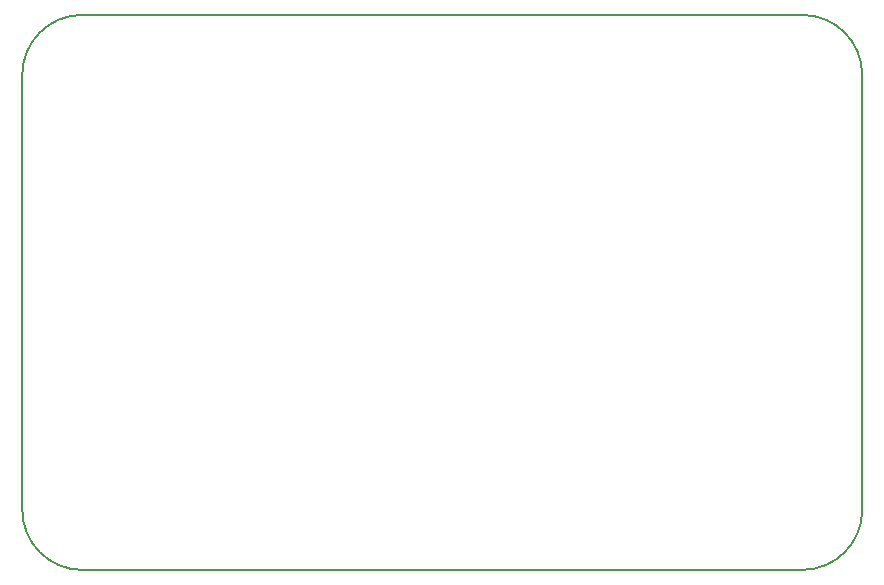
<source format=gbr>
G04 #@! TF.FileFunction,Profile,NP*
%FSLAX46Y46*%
G04 Gerber Fmt 4.6, Leading zero omitted, Abs format (unit mm)*
G04 Created by KiCad (PCBNEW 4.0.7) date 05/08/18 10:32:52*
%MOMM*%
%LPD*%
G01*
G04 APERTURE LIST*
%ADD10C,0.100000*%
%ADD11C,0.150000*%
%ADD12C,0.200000*%
G04 APERTURE END LIST*
D10*
D11*
X88900000Y-127000000D02*
X149860000Y-127000000D01*
X154940000Y-121920000D02*
X154940000Y-85090000D01*
D12*
X83820000Y-85090000D02*
X83820000Y-121920000D01*
D11*
X149860000Y-80010000D02*
X88900000Y-80010000D01*
D12*
X83820000Y-121920000D02*
G75*
G03X88900000Y-127000000I5080000J0D01*
G01*
X88891134Y-80010008D02*
G75*
G03X83820000Y-85090000I8866J-5079992D01*
G01*
X154940000Y-85090000D02*
G75*
G03X149860000Y-80010000I-5080000J0D01*
G01*
X149860000Y-127000000D02*
G75*
G03X154940000Y-121920000I0J5080000D01*
G01*
M02*

</source>
